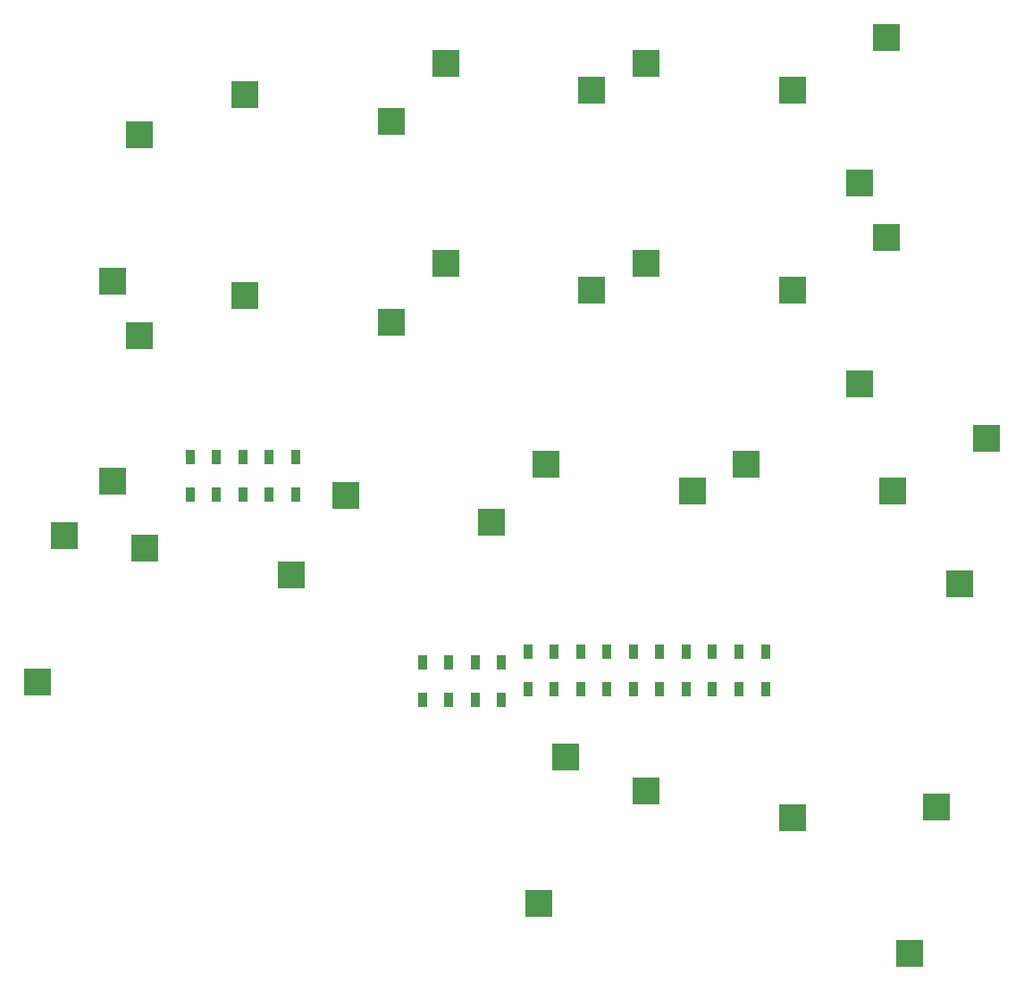
<source format=gbr>
%TF.GenerationSoftware,KiCad,Pcbnew,9.0.4*%
%TF.CreationDate,2025-11-12T08:08:54+09:00*%
%TF.ProjectId,modubu,6d6f6475-6275-42e6-9b69-6361645f7063,rev?*%
%TF.SameCoordinates,Original*%
%TF.FileFunction,Paste,Top*%
%TF.FilePolarity,Positive*%
%FSLAX46Y46*%
G04 Gerber Fmt 4.6, Leading zero omitted, Abs format (unit mm)*
G04 Created by KiCad (PCBNEW 9.0.4) date 2025-11-12 08:08:54*
%MOMM*%
%LPD*%
G01*
G04 APERTURE LIST*
%ADD10R,0.940000X1.400000*%
%ADD11R,2.500000X2.550000*%
%ADD12R,2.550000X2.500000*%
G04 APERTURE END LIST*
D10*
%TO.C,D8*%
X97000001Y-116274999D03*
X96999999Y-112725001D03*
%TD*%
%TO.C,D14*%
X112000001Y-116274998D03*
X111999999Y-112725000D03*
%TD*%
D11*
%TO.C,SW19*%
X48080000Y-101710000D03*
X45540000Y-115560000D03*
%TD*%
%TO.C,SW1*%
X55205000Y-63710000D03*
X52665000Y-77560000D03*
%TD*%
D10*
%TO.C,D16*%
X84500001Y-117275001D03*
X84499999Y-113725003D03*
%TD*%
D11*
%TO.C,SW18*%
X128170000Y-141290000D03*
X130710000Y-127440000D03*
%TD*%
D10*
%TO.C,D9*%
X99500001Y-116274998D03*
X99499999Y-112725000D03*
%TD*%
%TO.C,D3*%
X65000001Y-97774999D03*
X64999999Y-94225001D03*
%TD*%
D12*
%TO.C,SW8*%
X84210000Y-75920000D03*
X98060000Y-78460000D03*
%TD*%
D10*
%TO.C,D1*%
X60000001Y-97774999D03*
X59999999Y-94225001D03*
%TD*%
%TO.C,D6*%
X92000001Y-116274999D03*
X91999999Y-112725001D03*
%TD*%
%TO.C,D11*%
X104500001Y-116274999D03*
X104499999Y-112725001D03*
%TD*%
D12*
%TO.C,SW12*%
X74710000Y-97920000D03*
X88560000Y-100460000D03*
%TD*%
D10*
%TO.C,D15*%
X114500001Y-116274999D03*
X114499999Y-112725001D03*
%TD*%
D12*
%TO.C,SW13*%
X93710000Y-94920000D03*
X107560000Y-97460000D03*
%TD*%
D11*
%TO.C,SW6*%
X55205000Y-82710000D03*
X52665000Y-96560000D03*
%TD*%
D10*
%TO.C,D12*%
X107000001Y-116275000D03*
X106999999Y-112725002D03*
%TD*%
D11*
%TO.C,SW10*%
X123420000Y-87290000D03*
X125960000Y-73440000D03*
%TD*%
D10*
%TO.C,D2*%
X62500001Y-97775000D03*
X62499999Y-94225002D03*
%TD*%
D11*
%TO.C,SW16*%
X95580000Y-122710000D03*
X93040000Y-136560000D03*
%TD*%
D12*
%TO.C,SW9*%
X103210000Y-75920000D03*
X117060000Y-78460000D03*
%TD*%
D10*
%TO.C,D13*%
X109500001Y-116274999D03*
X109499999Y-112725001D03*
%TD*%
%TO.C,D10*%
X102000001Y-116274999D03*
X101999999Y-112725001D03*
%TD*%
%TO.C,D7*%
X94500001Y-116275000D03*
X94499999Y-112725002D03*
%TD*%
%TO.C,D4*%
X67500001Y-97774998D03*
X67499999Y-94225000D03*
%TD*%
D12*
%TO.C,SW2*%
X65210000Y-59920000D03*
X79060000Y-62460000D03*
%TD*%
D10*
%TO.C,D17*%
X87000001Y-117275000D03*
X86999999Y-113725002D03*
%TD*%
D11*
%TO.C,SW5*%
X123420000Y-68290000D03*
X125960000Y-54440000D03*
%TD*%
D12*
%TO.C,SW4*%
X103210000Y-56920000D03*
X117060000Y-59460000D03*
%TD*%
D10*
%TO.C,D19*%
X82000001Y-117275000D03*
X81999999Y-113725002D03*
%TD*%
D11*
%TO.C,SW15*%
X132920000Y-106290000D03*
X135460000Y-92440000D03*
%TD*%
D12*
%TO.C,SW14*%
X112710000Y-94920000D03*
X126560000Y-97460000D03*
%TD*%
%TO.C,SW3*%
X84210000Y-56920000D03*
X98060000Y-59460000D03*
%TD*%
%TO.C,SW17*%
X103210000Y-125920000D03*
X117060000Y-128460000D03*
%TD*%
%TO.C,SW11*%
X55710000Y-102920000D03*
X69560000Y-105460000D03*
%TD*%
D10*
%TO.C,D18*%
X89500001Y-117274999D03*
X89499999Y-113725001D03*
%TD*%
%TO.C,D5*%
X70000001Y-97774999D03*
X69999999Y-94225001D03*
%TD*%
D12*
%TO.C,SW7*%
X65210000Y-78920000D03*
X79060000Y-81460000D03*
%TD*%
M02*

</source>
